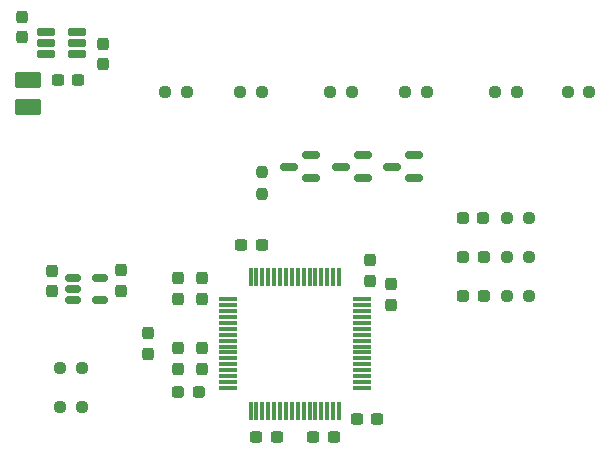
<source format=gtp>
G04 #@! TF.GenerationSoftware,KiCad,Pcbnew,9.0.0*
G04 #@! TF.CreationDate,2025-07-06T15:52:53-05:00*
G04 #@! TF.ProjectId,silver-platter,73696c76-6572-42d7-906c-61747465722e,rev?*
G04 #@! TF.SameCoordinates,Original*
G04 #@! TF.FileFunction,Paste,Top*
G04 #@! TF.FilePolarity,Positive*
%FSLAX46Y46*%
G04 Gerber Fmt 4.6, Leading zero omitted, Abs format (unit mm)*
G04 Created by KiCad (PCBNEW 9.0.0) date 2025-07-06 15:52:53*
%MOMM*%
%LPD*%
G01*
G04 APERTURE LIST*
G04 Aperture macros list*
%AMRoundRect*
0 Rectangle with rounded corners*
0 $1 Rounding radius*
0 $2 $3 $4 $5 $6 $7 $8 $9 X,Y pos of 4 corners*
0 Add a 4 corners polygon primitive as box body*
4,1,4,$2,$3,$4,$5,$6,$7,$8,$9,$2,$3,0*
0 Add four circle primitives for the rounded corners*
1,1,$1+$1,$2,$3*
1,1,$1+$1,$4,$5*
1,1,$1+$1,$6,$7*
1,1,$1+$1,$8,$9*
0 Add four rect primitives between the rounded corners*
20,1,$1+$1,$2,$3,$4,$5,0*
20,1,$1+$1,$4,$5,$6,$7,0*
20,1,$1+$1,$6,$7,$8,$9,0*
20,1,$1+$1,$8,$9,$2,$3,0*%
G04 Aperture macros list end*
%ADD10RoundRect,0.237500X0.237500X-0.300000X0.237500X0.300000X-0.237500X0.300000X-0.237500X-0.300000X0*%
%ADD11RoundRect,0.237500X0.250000X0.237500X-0.250000X0.237500X-0.250000X-0.237500X0.250000X-0.237500X0*%
%ADD12RoundRect,0.237500X-0.237500X0.300000X-0.237500X-0.300000X0.237500X-0.300000X0.237500X0.300000X0*%
%ADD13RoundRect,0.150000X-0.512500X-0.150000X0.512500X-0.150000X0.512500X0.150000X-0.512500X0.150000X0*%
%ADD14RoundRect,0.237500X0.237500X-0.250000X0.237500X0.250000X-0.237500X0.250000X-0.237500X-0.250000X0*%
%ADD15RoundRect,0.237500X-0.250000X-0.237500X0.250000X-0.237500X0.250000X0.237500X-0.250000X0.237500X0*%
%ADD16RoundRect,0.237500X-0.300000X-0.237500X0.300000X-0.237500X0.300000X0.237500X-0.300000X0.237500X0*%
%ADD17RoundRect,0.237500X0.300000X0.237500X-0.300000X0.237500X-0.300000X-0.237500X0.300000X-0.237500X0*%
%ADD18RoundRect,0.250001X-0.849999X0.462499X-0.849999X-0.462499X0.849999X-0.462499X0.849999X0.462499X0*%
%ADD19RoundRect,0.237500X0.287500X0.237500X-0.287500X0.237500X-0.287500X-0.237500X0.287500X-0.237500X0*%
%ADD20RoundRect,0.162500X0.617500X0.162500X-0.617500X0.162500X-0.617500X-0.162500X0.617500X-0.162500X0*%
%ADD21RoundRect,0.150000X0.587500X0.150000X-0.587500X0.150000X-0.587500X-0.150000X0.587500X-0.150000X0*%
%ADD22RoundRect,0.075000X-0.700000X-0.075000X0.700000X-0.075000X0.700000X0.075000X-0.700000X0.075000X0*%
%ADD23RoundRect,0.075000X-0.075000X-0.700000X0.075000X-0.700000X0.075000X0.700000X-0.075000X0.700000X0*%
%ADD24RoundRect,0.237500X-0.287500X-0.237500X0.287500X-0.237500X0.287500X0.237500X-0.287500X0.237500X0*%
G04 APERTURE END LIST*
D10*
X144526000Y-108812500D03*
X144526000Y-107087500D03*
D11*
X172212000Y-102616000D03*
X170387000Y-102616000D03*
D10*
X136117500Y-83031500D03*
X136117500Y-81306500D03*
D12*
X131826000Y-100536500D03*
X131826000Y-102261500D03*
D13*
X133615000Y-101123500D03*
X133615000Y-102073500D03*
X133615000Y-103023500D03*
X135890000Y-103023500D03*
X135890000Y-101123500D03*
D14*
X149606000Y-93980000D03*
X149606000Y-92155000D03*
D15*
X141431000Y-85344000D03*
X143256000Y-85344000D03*
D10*
X142494000Y-108812500D03*
X142494000Y-107087500D03*
D16*
X157633500Y-113030000D03*
X159358500Y-113030000D03*
D17*
X149606000Y-98298000D03*
X147881000Y-98298000D03*
D15*
X175514000Y-85344000D03*
X177339000Y-85344000D03*
D18*
X129767500Y-84354500D03*
X129767500Y-86679500D03*
D11*
X172212000Y-99314000D03*
X170387000Y-99314000D03*
D15*
X132541000Y-112014000D03*
X134366000Y-112014000D03*
D19*
X168402000Y-102616000D03*
X166652000Y-102616000D03*
X168374000Y-96012000D03*
X166624000Y-96012000D03*
D20*
X133991500Y-82190500D03*
X133991500Y-81240500D03*
X133991500Y-80290500D03*
X131291500Y-80290500D03*
X131291500Y-81240500D03*
X131291500Y-82190500D03*
D11*
X172212000Y-96012000D03*
X170387000Y-96012000D03*
D10*
X160528000Y-103378000D03*
X160528000Y-101653000D03*
D17*
X134032500Y-84354500D03*
X132307500Y-84354500D03*
D12*
X137668000Y-100483500D03*
X137668000Y-102208500D03*
D21*
X162500000Y-92644000D03*
X162500000Y-90744000D03*
X160625000Y-91694000D03*
D17*
X150876000Y-114554000D03*
X149151000Y-114554000D03*
D12*
X139954000Y-105817500D03*
X139954000Y-107542500D03*
D15*
X161751000Y-85344000D03*
X163576000Y-85344000D03*
D21*
X153767000Y-92644000D03*
X153767000Y-90744000D03*
X151892000Y-91694000D03*
D17*
X155702000Y-114554000D03*
X153977000Y-114554000D03*
D10*
X144526000Y-102870000D03*
X144526000Y-101145000D03*
D11*
X134366000Y-108712000D03*
X132541000Y-108712000D03*
D10*
X129259500Y-80745500D03*
X129259500Y-79020500D03*
D19*
X168402000Y-99314000D03*
X166652000Y-99314000D03*
D15*
X155401000Y-85344000D03*
X157226000Y-85344000D03*
D22*
X146725000Y-102930000D03*
X146725000Y-103430000D03*
X146725000Y-103930000D03*
X146725000Y-104430000D03*
X146725000Y-104930000D03*
X146725000Y-105430000D03*
X146725000Y-105930000D03*
X146725000Y-106430000D03*
X146725000Y-106930000D03*
X146725000Y-107430000D03*
X146725000Y-107930000D03*
X146725000Y-108430000D03*
X146725000Y-108930000D03*
X146725000Y-109430000D03*
X146725000Y-109930000D03*
X146725000Y-110430000D03*
D23*
X148650000Y-112355000D03*
X149150000Y-112355000D03*
X149650000Y-112355000D03*
X150150000Y-112355000D03*
X150650000Y-112355000D03*
X151150000Y-112355000D03*
X151650000Y-112355000D03*
X152150000Y-112355000D03*
X152650000Y-112355000D03*
X153150000Y-112355000D03*
X153650000Y-112355000D03*
X154150000Y-112355000D03*
X154650000Y-112355000D03*
X155150000Y-112355000D03*
X155650000Y-112355000D03*
X156150000Y-112355000D03*
D22*
X158075000Y-110430000D03*
X158075000Y-109930000D03*
X158075000Y-109430000D03*
X158075000Y-108930000D03*
X158075000Y-108430000D03*
X158075000Y-107930000D03*
X158075000Y-107430000D03*
X158075000Y-106930000D03*
X158075000Y-106430000D03*
X158075000Y-105930000D03*
X158075000Y-105430000D03*
X158075000Y-104930000D03*
X158075000Y-104430000D03*
X158075000Y-103930000D03*
X158075000Y-103430000D03*
X158075000Y-102930000D03*
D23*
X156150000Y-101005000D03*
X155650000Y-101005000D03*
X155150000Y-101005000D03*
X154650000Y-101005000D03*
X154150000Y-101005000D03*
X153650000Y-101005000D03*
X153150000Y-101005000D03*
X152650000Y-101005000D03*
X152150000Y-101005000D03*
X151650000Y-101005000D03*
X151150000Y-101005000D03*
X150650000Y-101005000D03*
X150150000Y-101005000D03*
X149650000Y-101005000D03*
X149150000Y-101005000D03*
X148650000Y-101005000D03*
D21*
X158182000Y-92644000D03*
X158182000Y-90744000D03*
X156307000Y-91694000D03*
D10*
X158750000Y-101346000D03*
X158750000Y-99621000D03*
D24*
X142522000Y-110744000D03*
X144272000Y-110744000D03*
D15*
X169371000Y-85344000D03*
X171196000Y-85344000D03*
X147781000Y-85344000D03*
X149606000Y-85344000D03*
D10*
X142494000Y-102870000D03*
X142494000Y-101145000D03*
M02*

</source>
